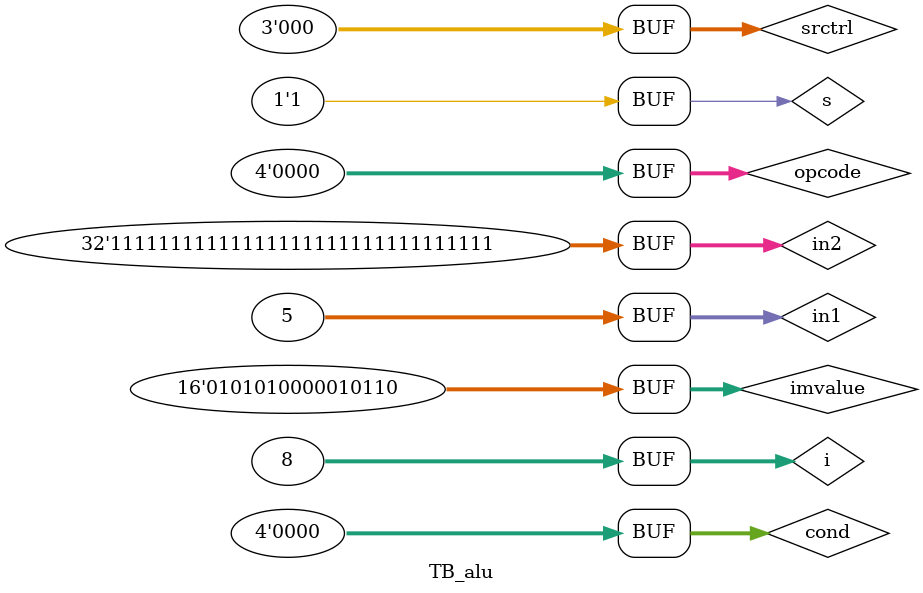
<source format=v>
module TB_alu;
  reg s;
  reg [2:0] srctrl;
  reg [3:0] cond, opcode;
  reg [15:0] imvalue;
  reg [31:0] in1, in2;
  wire [3:0] flags;
  wire [31:0] result;
  integer i;
	
  initial
    begin
	    cond = 4'b0000; opcode = 4'b0000; srctrl = 3'b000; s = 1'b1; in1 = 32'd5; in2 = 32'd11; imvalue = 16'b0101010000010110;
	    #5
	    
	    // check all op codes (except NOP; check later)
	    for (i = 0; i < 10; i = i + 1)
	    begin
	      opcode = opcode + 1;
	      #5;
	    end
	    
	    opcode = 4'b0000;
	    
	    // check shift and rotate control
	    for (i = 0; i < 3; i = i + 1)
	    begin
	      srctrl = srctrl + 1;
	      #5;
	    end
	    
	    srctrl = 3'b000;
	    
	    // check conditional codes
	    for (i = 0; i < 8; i = i + 1)
	    begin
	      cond = cond + 1;
	      #5;
	    end
	    
	    // check random
	       cond = 4'b0001; opcode = 4'b0000; srctrl = 3'b000; s = 1'b1; in1 = 32'd10; in2 = 32'd10;
	    #5 cond = 4'b0000; opcode = 4'b0001; srctrl = 3'b001; s = 1'b1; in1 = 32'd12; in2 = 32'd12;
	    #5 cond = 4'b0001; opcode = 4'b0000; srctrl = 3'b001; s = 1'b1; in1 = 32'd7; in2 = 32'd6;
	    #5 cond = 4'b0000; opcode = 4'b0000; srctrl = 3'b000; s = 1'b1; in1 = 32'd33; in2 = 32'd5;
	    #5 cond = 4'b0010; opcode = 4'b0000; srctrl = 3'b000; s = 1'b1; in1 = 32'd5; in2 = 32'd33;
	    #5 cond = 4'b0010; opcode = 4'b1111; srctrl = 3'b000; s = 1'b1; in1 = 32'd5; in2 = 32'd33;
	    #5 cond = 4'b0000; opcode = 4'b0000; srctrl = 3'b000; in1 = 32'd0; in2 = 32'd4294967295;
	    #5 cond = 4'b0000; opcode = 4'b0000; srctrl = 3'b000; in1 = 32'd5; in2 = 32'd4294967295;
	    //#5 $finish;
    end

  initial
  begin
	  $monitor($time, " op %d, cond %d, src %d, in1 %b %d, in2 %b %d, out %b %d, flags %b", opcode, cond, srctrl, in1, in1, in2, in2, result, result, flags);
  end

ALU ALU1(in1, in2, s, cond, opcode, srctrl, imvalue, flags, result);  
endmodule

</source>
